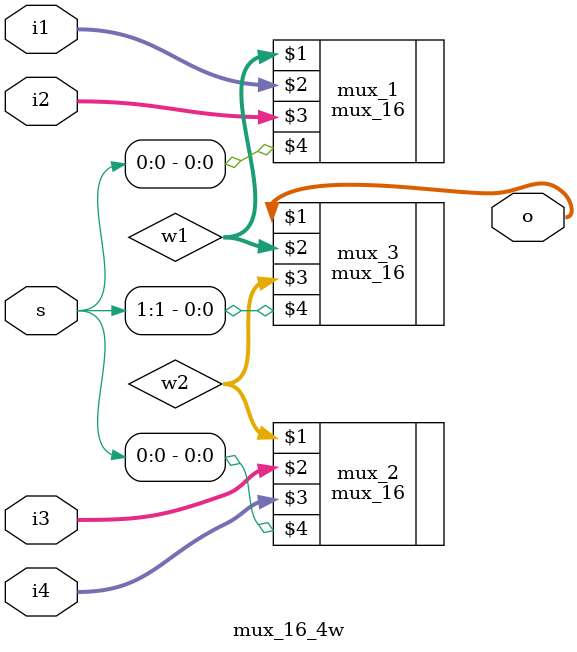
<source format=v>

module mux_16_4w(o,i1,i2,i3,i4,s);  //4x1 MUX with 16-bit I/O
input [15:0]i1,i2,i3,i4;
input [1:0]s;
output [15:0]o;
wire [15:0]w1,w2;

mux_16 mux_1(w1,i1,i2,s[0]);
mux_16 mux_2(w2,i3,i4,s[0]);
mux_16 mux_3(o,w1,w2,s[1]);
endmodule

</source>
